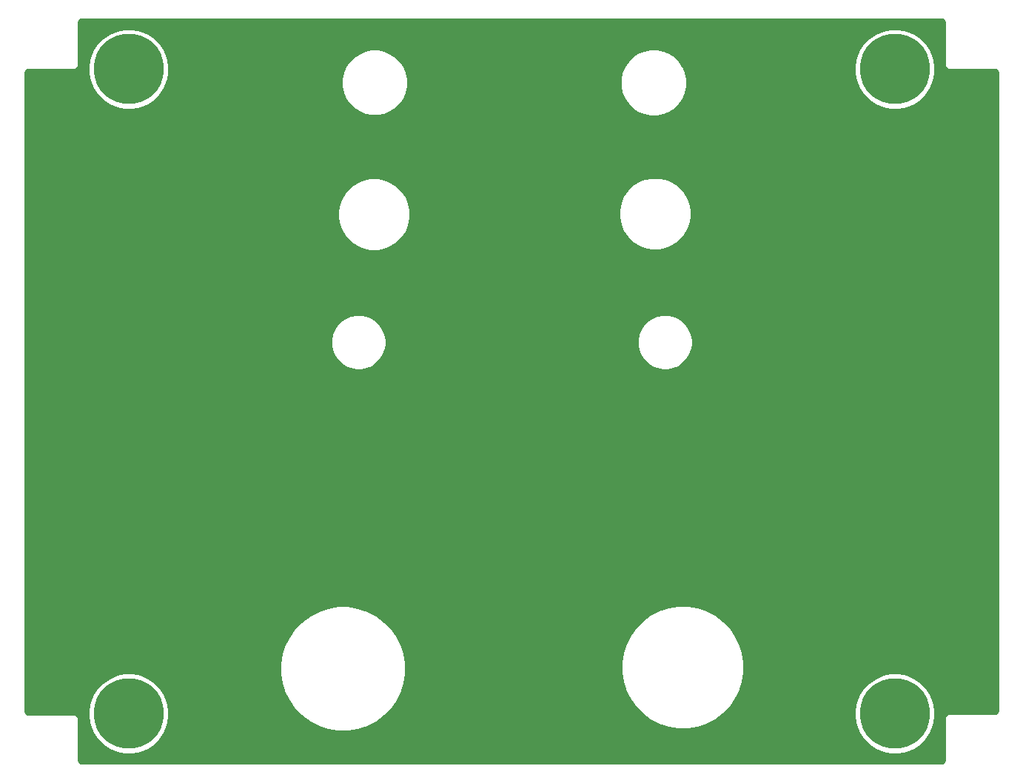
<source format=gbr>
%TF.GenerationSoftware,KiCad,Pcbnew,5.1.8-db9833491~87~ubuntu18.04.1*%
%TF.CreationDate,2020-11-28T19:36:32+00:00*%
%TF.ProjectId,CirrusDspPedal,43697272-7573-4447-9370-506564616c2e,rev?*%
%TF.SameCoordinates,Original*%
%TF.FileFunction,Copper,L1,Top*%
%TF.FilePolarity,Positive*%
%FSLAX46Y46*%
G04 Gerber Fmt 4.6, Leading zero omitted, Abs format (unit mm)*
G04 Created by KiCad (PCBNEW 5.1.8-db9833491~87~ubuntu18.04.1) date 2020-11-28 19:36:32*
%MOMM*%
%LPD*%
G01*
G04 APERTURE LIST*
%TA.AperFunction,ComponentPad*%
%ADD10C,8.000000*%
%TD*%
%TA.AperFunction,NonConductor*%
%ADD11C,0.254000*%
%TD*%
%TA.AperFunction,NonConductor*%
%ADD12C,0.100000*%
%TD*%
G04 APERTURE END LIST*
D10*
%TO.P,REF\u002A\u002A,1*%
%TO.N,N/C*%
X192405000Y-60896500D03*
%TD*%
%TO.P,REF\u002A\u002A,1*%
%TO.N,N/C*%
X104775000Y-60896500D03*
%TD*%
%TO.P,REF\u002A\u002A,1*%
%TO.N,N/C*%
X104775000Y-134620000D03*
%TD*%
%TO.P,REF\u002A\u002A,1*%
%TO.N,N/C*%
X192405000Y-134620000D03*
%TD*%
D11*
X198095000Y-55454881D02*
X198095001Y-60292571D01*
X198091807Y-60325000D01*
X198104550Y-60454383D01*
X198142290Y-60578793D01*
X198203575Y-60693450D01*
X198286052Y-60793948D01*
X198386550Y-60876425D01*
X198501207Y-60937710D01*
X198625617Y-60975450D01*
X198722581Y-60985000D01*
X198755000Y-60988193D01*
X198787419Y-60985000D01*
X203942620Y-60985000D01*
X204191000Y-61233381D01*
X204191001Y-134346618D01*
X203942620Y-134595000D01*
X198787419Y-134595000D01*
X198755000Y-134591807D01*
X198722581Y-134595000D01*
X198625617Y-134604550D01*
X198501207Y-134642290D01*
X198386550Y-134703575D01*
X198286052Y-134786052D01*
X198203575Y-134886550D01*
X198142290Y-135001207D01*
X198104550Y-135125617D01*
X198091807Y-135255000D01*
X198095000Y-135287419D01*
X198095001Y-140061618D01*
X197846620Y-140310000D01*
X99333381Y-140310000D01*
X99085000Y-140061620D01*
X99085000Y-135350919D01*
X99088193Y-135318500D01*
X99075450Y-135189117D01*
X99037710Y-135064707D01*
X98976425Y-134950050D01*
X98893948Y-134849552D01*
X98793450Y-134767075D01*
X98678793Y-134705790D01*
X98554383Y-134668050D01*
X98457419Y-134658500D01*
X98425000Y-134655307D01*
X98392581Y-134658500D01*
X93237381Y-134658500D01*
X92989000Y-134410120D01*
X92989000Y-134163492D01*
X100140000Y-134163492D01*
X100140000Y-135076508D01*
X100318120Y-135971980D01*
X100667516Y-136815496D01*
X101174760Y-137574640D01*
X101820360Y-138220240D01*
X102579504Y-138727484D01*
X103423020Y-139076880D01*
X104318492Y-139255000D01*
X105231508Y-139255000D01*
X106126980Y-139076880D01*
X106970496Y-138727484D01*
X107729640Y-138220240D01*
X108375240Y-137574640D01*
X108882484Y-136815496D01*
X109231880Y-135971980D01*
X109410000Y-135076508D01*
X109410000Y-134163492D01*
X109231880Y-133268020D01*
X108882484Y-132424504D01*
X108375240Y-131665360D01*
X107729640Y-131019760D01*
X106970496Y-130512516D01*
X106126980Y-130163120D01*
X105231508Y-129985000D01*
X104318492Y-129985000D01*
X103423020Y-130163120D01*
X102579504Y-130512516D01*
X101820360Y-131019760D01*
X101174760Y-131665360D01*
X100667516Y-132424504D01*
X100318120Y-133268020D01*
X100140000Y-134163492D01*
X92989000Y-134163492D01*
X92989000Y-128911042D01*
X122101175Y-128911042D01*
X122101175Y-130041958D01*
X122278089Y-131158951D01*
X122627561Y-132234516D01*
X123140987Y-133242169D01*
X123805722Y-134157099D01*
X124605401Y-134956778D01*
X125520331Y-135621513D01*
X126527984Y-136134939D01*
X127603549Y-136484411D01*
X128720542Y-136661325D01*
X129851458Y-136661325D01*
X130968451Y-136484411D01*
X132044016Y-136134939D01*
X133051669Y-135621513D01*
X133966599Y-134956778D01*
X134766278Y-134157099D01*
X135431013Y-133242169D01*
X135944439Y-132234516D01*
X136293911Y-131158951D01*
X136470825Y-130041958D01*
X136470825Y-128911042D01*
X136449760Y-128778042D01*
X161089825Y-128778042D01*
X161089825Y-129889022D01*
X161263621Y-130986325D01*
X161606933Y-132042931D01*
X162111308Y-133032822D01*
X162764326Y-133931624D01*
X163549908Y-134717206D01*
X164448710Y-135370224D01*
X165438601Y-135874599D01*
X166495207Y-136217911D01*
X167592510Y-136391707D01*
X168703490Y-136391707D01*
X169800793Y-136217911D01*
X170857399Y-135874599D01*
X171847290Y-135370224D01*
X172746092Y-134717206D01*
X173299806Y-134163492D01*
X187770000Y-134163492D01*
X187770000Y-135076508D01*
X187948120Y-135971980D01*
X188297516Y-136815496D01*
X188804760Y-137574640D01*
X189450360Y-138220240D01*
X190209504Y-138727484D01*
X191053020Y-139076880D01*
X191948492Y-139255000D01*
X192861508Y-139255000D01*
X193756980Y-139076880D01*
X194600496Y-138727484D01*
X195359640Y-138220240D01*
X196005240Y-137574640D01*
X196512484Y-136815496D01*
X196861880Y-135971980D01*
X197040000Y-135076508D01*
X197040000Y-134163492D01*
X196861880Y-133268020D01*
X196512484Y-132424504D01*
X196005240Y-131665360D01*
X195359640Y-131019760D01*
X194600496Y-130512516D01*
X193756980Y-130163120D01*
X192861508Y-129985000D01*
X191948492Y-129985000D01*
X191053020Y-130163120D01*
X190209504Y-130512516D01*
X189450360Y-131019760D01*
X188804760Y-131665360D01*
X188297516Y-132424504D01*
X187948120Y-133268020D01*
X187770000Y-134163492D01*
X173299806Y-134163492D01*
X173531674Y-133931624D01*
X174184692Y-133032822D01*
X174689067Y-132042931D01*
X175032379Y-130986325D01*
X175206175Y-129889022D01*
X175206175Y-128778042D01*
X175032379Y-127680739D01*
X174689067Y-126624133D01*
X174184692Y-125634242D01*
X173531674Y-124735440D01*
X172746092Y-123949858D01*
X171847290Y-123296840D01*
X170857399Y-122792465D01*
X169800793Y-122449153D01*
X168703490Y-122275357D01*
X167592510Y-122275357D01*
X166495207Y-122449153D01*
X165438601Y-122792465D01*
X164448710Y-123296840D01*
X163549908Y-123949858D01*
X162764326Y-124735440D01*
X162111308Y-125634242D01*
X161606933Y-126624133D01*
X161263621Y-127680739D01*
X161089825Y-128778042D01*
X136449760Y-128778042D01*
X136293911Y-127794049D01*
X135944439Y-126718484D01*
X135431013Y-125710831D01*
X134766278Y-124795901D01*
X133966599Y-123996222D01*
X133051669Y-123331487D01*
X132044016Y-122818061D01*
X130968451Y-122468589D01*
X129851458Y-122291675D01*
X128720542Y-122291675D01*
X127603549Y-122468589D01*
X126527984Y-122818061D01*
X125520331Y-123331487D01*
X124605401Y-123996222D01*
X123805722Y-124795901D01*
X123140987Y-125710831D01*
X122627561Y-126718484D01*
X122278089Y-127794049D01*
X122101175Y-128911042D01*
X92989000Y-128911042D01*
X92989000Y-91826367D01*
X127907557Y-91826367D01*
X127907557Y-92450633D01*
X128029346Y-93062905D01*
X128268242Y-93639652D01*
X128615066Y-94158711D01*
X129056489Y-94600134D01*
X129575548Y-94946958D01*
X130152295Y-95185854D01*
X130764567Y-95307643D01*
X131388833Y-95307643D01*
X132001105Y-95185854D01*
X132577852Y-94946958D01*
X133096911Y-94600134D01*
X133538334Y-94158711D01*
X133885158Y-93639652D01*
X134124054Y-93062905D01*
X134245843Y-92450633D01*
X134245843Y-91826367D01*
X162959557Y-91826367D01*
X162959557Y-92450633D01*
X163081346Y-93062905D01*
X163320242Y-93639652D01*
X163667066Y-94158711D01*
X164108489Y-94600134D01*
X164627548Y-94946958D01*
X165204295Y-95185854D01*
X165816567Y-95307643D01*
X166440833Y-95307643D01*
X167053105Y-95185854D01*
X167629852Y-94946958D01*
X168148911Y-94600134D01*
X168590334Y-94158711D01*
X168937158Y-93639652D01*
X169176054Y-93062905D01*
X169297843Y-92450633D01*
X169297843Y-91826367D01*
X169176054Y-91214095D01*
X168937158Y-90637348D01*
X168590334Y-90118289D01*
X168148911Y-89676866D01*
X167629852Y-89330042D01*
X167053105Y-89091146D01*
X166440833Y-88969357D01*
X165816567Y-88969357D01*
X165204295Y-89091146D01*
X164627548Y-89330042D01*
X164108489Y-89676866D01*
X163667066Y-90118289D01*
X163320242Y-90637348D01*
X163081346Y-91214095D01*
X162959557Y-91826367D01*
X134245843Y-91826367D01*
X134124054Y-91214095D01*
X133885158Y-90637348D01*
X133538334Y-90118289D01*
X133096911Y-89676866D01*
X132577852Y-89330042D01*
X132001105Y-89091146D01*
X131388833Y-88969357D01*
X130764567Y-88969357D01*
X130152295Y-89091146D01*
X129575548Y-89330042D01*
X129056489Y-89676866D01*
X128615066Y-90118289D01*
X128268242Y-90637348D01*
X128029346Y-91214095D01*
X127907557Y-91826367D01*
X92989000Y-91826367D01*
X92989000Y-77098388D01*
X128682128Y-77098388D01*
X128682128Y-77917812D01*
X128841989Y-78721490D01*
X129155569Y-79478538D01*
X129610816Y-80159864D01*
X130190236Y-80739284D01*
X130871562Y-81194531D01*
X131628610Y-81508111D01*
X132432288Y-81667972D01*
X133251712Y-81667972D01*
X134055390Y-81508111D01*
X134812438Y-81194531D01*
X135493764Y-80739284D01*
X136073184Y-80159864D01*
X136528431Y-79478538D01*
X136842011Y-78721490D01*
X137001872Y-77917812D01*
X137001872Y-77098388D01*
X136986715Y-77022188D01*
X160825828Y-77022188D01*
X160825828Y-77841612D01*
X160985689Y-78645290D01*
X161299269Y-79402338D01*
X161754516Y-80083664D01*
X162333936Y-80663084D01*
X163015262Y-81118331D01*
X163772310Y-81431911D01*
X164575988Y-81591772D01*
X165395412Y-81591772D01*
X166199090Y-81431911D01*
X166956138Y-81118331D01*
X167637464Y-80663084D01*
X168216884Y-80083664D01*
X168672131Y-79402338D01*
X168985711Y-78645290D01*
X169145572Y-77841612D01*
X169145572Y-77022188D01*
X168985711Y-76218510D01*
X168672131Y-75461462D01*
X168216884Y-74780136D01*
X167637464Y-74200716D01*
X166956138Y-73745469D01*
X166199090Y-73431889D01*
X165395412Y-73272028D01*
X164575988Y-73272028D01*
X163772310Y-73431889D01*
X163015262Y-73745469D01*
X162333936Y-74200716D01*
X161754516Y-74780136D01*
X161299269Y-75461462D01*
X160985689Y-76218510D01*
X160825828Y-77022188D01*
X136986715Y-77022188D01*
X136842011Y-76294710D01*
X136528431Y-75537662D01*
X136073184Y-74856336D01*
X135493764Y-74276916D01*
X134812438Y-73821669D01*
X134055390Y-73508089D01*
X133251712Y-73348228D01*
X132432288Y-73348228D01*
X131628610Y-73508089D01*
X130871562Y-73821669D01*
X130190236Y-74276916D01*
X129610816Y-74856336D01*
X129155569Y-75537662D01*
X128841989Y-76294710D01*
X128682128Y-77098388D01*
X92989000Y-77098388D01*
X92989000Y-61233380D01*
X93237381Y-60985000D01*
X98392581Y-60985000D01*
X98425000Y-60988193D01*
X98457419Y-60985000D01*
X98554383Y-60975450D01*
X98678793Y-60937710D01*
X98793450Y-60876425D01*
X98893948Y-60793948D01*
X98976425Y-60693450D01*
X99037710Y-60578793D01*
X99075450Y-60454383D01*
X99076867Y-60439992D01*
X100140000Y-60439992D01*
X100140000Y-61353008D01*
X100318120Y-62248480D01*
X100667516Y-63091996D01*
X101174760Y-63851140D01*
X101820360Y-64496740D01*
X102579504Y-65003984D01*
X103423020Y-65353380D01*
X104318492Y-65531500D01*
X105231508Y-65531500D01*
X106126980Y-65353380D01*
X106970496Y-65003984D01*
X107729640Y-64496740D01*
X108375240Y-63851140D01*
X108882484Y-63091996D01*
X109231880Y-62248480D01*
X109269770Y-62057992D01*
X129095947Y-62057992D01*
X129095947Y-62808408D01*
X129242346Y-63544406D01*
X129529518Y-64237700D01*
X129946427Y-64861649D01*
X130477051Y-65392273D01*
X131101000Y-65809182D01*
X131794294Y-66096354D01*
X132530292Y-66242753D01*
X133280708Y-66242753D01*
X134016706Y-66096354D01*
X134710000Y-65809182D01*
X135333949Y-65392273D01*
X135864573Y-64861649D01*
X136281482Y-64237700D01*
X136568654Y-63544406D01*
X136715053Y-62808408D01*
X136715053Y-62057992D01*
X136714709Y-62056261D01*
X160993479Y-62056261D01*
X160993479Y-62810139D01*
X161140553Y-63549530D01*
X161429049Y-64246022D01*
X161847881Y-64872848D01*
X162380952Y-65405919D01*
X163007778Y-65824751D01*
X163704270Y-66113247D01*
X164443661Y-66260321D01*
X165197539Y-66260321D01*
X165936930Y-66113247D01*
X166633422Y-65824751D01*
X167260248Y-65405919D01*
X167793319Y-64872848D01*
X168212151Y-64246022D01*
X168500647Y-63549530D01*
X168647721Y-62810139D01*
X168647721Y-62056261D01*
X168500647Y-61316870D01*
X168212151Y-60620378D01*
X168091621Y-60439992D01*
X187770000Y-60439992D01*
X187770000Y-61353008D01*
X187948120Y-62248480D01*
X188297516Y-63091996D01*
X188804760Y-63851140D01*
X189450360Y-64496740D01*
X190209504Y-65003984D01*
X191053020Y-65353380D01*
X191948492Y-65531500D01*
X192861508Y-65531500D01*
X193756980Y-65353380D01*
X194600496Y-65003984D01*
X195359640Y-64496740D01*
X196005240Y-63851140D01*
X196512484Y-63091996D01*
X196861880Y-62248480D01*
X197040000Y-61353008D01*
X197040000Y-60439992D01*
X196861880Y-59544520D01*
X196512484Y-58701004D01*
X196005240Y-57941860D01*
X195359640Y-57296260D01*
X194600496Y-56789016D01*
X193756980Y-56439620D01*
X192861508Y-56261500D01*
X191948492Y-56261500D01*
X191053020Y-56439620D01*
X190209504Y-56789016D01*
X189450360Y-57296260D01*
X188804760Y-57941860D01*
X188297516Y-58701004D01*
X187948120Y-59544520D01*
X187770000Y-60439992D01*
X168091621Y-60439992D01*
X167793319Y-59993552D01*
X167260248Y-59460481D01*
X166633422Y-59041649D01*
X165936930Y-58753153D01*
X165197539Y-58606079D01*
X164443661Y-58606079D01*
X163704270Y-58753153D01*
X163007778Y-59041649D01*
X162380952Y-59460481D01*
X161847881Y-59993552D01*
X161429049Y-60620378D01*
X161140553Y-61316870D01*
X160993479Y-62056261D01*
X136714709Y-62056261D01*
X136568654Y-61321994D01*
X136281482Y-60628700D01*
X135864573Y-60004751D01*
X135333949Y-59474127D01*
X134710000Y-59057218D01*
X134016706Y-58770046D01*
X133280708Y-58623647D01*
X132530292Y-58623647D01*
X131794294Y-58770046D01*
X131101000Y-59057218D01*
X130477051Y-59474127D01*
X129946427Y-60004751D01*
X129529518Y-60628700D01*
X129242346Y-61321994D01*
X129095947Y-62057992D01*
X109269770Y-62057992D01*
X109410000Y-61353008D01*
X109410000Y-60439992D01*
X109231880Y-59544520D01*
X108882484Y-58701004D01*
X108375240Y-57941860D01*
X107729640Y-57296260D01*
X106970496Y-56789016D01*
X106126980Y-56439620D01*
X105231508Y-56261500D01*
X104318492Y-56261500D01*
X103423020Y-56439620D01*
X102579504Y-56789016D01*
X101820360Y-57296260D01*
X101174760Y-57941860D01*
X100667516Y-58701004D01*
X100318120Y-59544520D01*
X100140000Y-60439992D01*
X99076867Y-60439992D01*
X99088193Y-60325000D01*
X99085000Y-60292581D01*
X99085000Y-55454880D01*
X99333381Y-55206500D01*
X197846620Y-55206500D01*
X198095000Y-55454881D01*
%TA.AperFunction,NonConductor*%
D12*
G36*
X198095000Y-55454881D02*
G01*
X198095001Y-60292571D01*
X198091807Y-60325000D01*
X198104550Y-60454383D01*
X198142290Y-60578793D01*
X198203575Y-60693450D01*
X198286052Y-60793948D01*
X198386550Y-60876425D01*
X198501207Y-60937710D01*
X198625617Y-60975450D01*
X198722581Y-60985000D01*
X198755000Y-60988193D01*
X198787419Y-60985000D01*
X203942620Y-60985000D01*
X204191000Y-61233381D01*
X204191001Y-134346618D01*
X203942620Y-134595000D01*
X198787419Y-134595000D01*
X198755000Y-134591807D01*
X198722581Y-134595000D01*
X198625617Y-134604550D01*
X198501207Y-134642290D01*
X198386550Y-134703575D01*
X198286052Y-134786052D01*
X198203575Y-134886550D01*
X198142290Y-135001207D01*
X198104550Y-135125617D01*
X198091807Y-135255000D01*
X198095000Y-135287419D01*
X198095001Y-140061618D01*
X197846620Y-140310000D01*
X99333381Y-140310000D01*
X99085000Y-140061620D01*
X99085000Y-135350919D01*
X99088193Y-135318500D01*
X99075450Y-135189117D01*
X99037710Y-135064707D01*
X98976425Y-134950050D01*
X98893948Y-134849552D01*
X98793450Y-134767075D01*
X98678793Y-134705790D01*
X98554383Y-134668050D01*
X98457419Y-134658500D01*
X98425000Y-134655307D01*
X98392581Y-134658500D01*
X93237381Y-134658500D01*
X92989000Y-134410120D01*
X92989000Y-134163492D01*
X100140000Y-134163492D01*
X100140000Y-135076508D01*
X100318120Y-135971980D01*
X100667516Y-136815496D01*
X101174760Y-137574640D01*
X101820360Y-138220240D01*
X102579504Y-138727484D01*
X103423020Y-139076880D01*
X104318492Y-139255000D01*
X105231508Y-139255000D01*
X106126980Y-139076880D01*
X106970496Y-138727484D01*
X107729640Y-138220240D01*
X108375240Y-137574640D01*
X108882484Y-136815496D01*
X109231880Y-135971980D01*
X109410000Y-135076508D01*
X109410000Y-134163492D01*
X109231880Y-133268020D01*
X108882484Y-132424504D01*
X108375240Y-131665360D01*
X107729640Y-131019760D01*
X106970496Y-130512516D01*
X106126980Y-130163120D01*
X105231508Y-129985000D01*
X104318492Y-129985000D01*
X103423020Y-130163120D01*
X102579504Y-130512516D01*
X101820360Y-131019760D01*
X101174760Y-131665360D01*
X100667516Y-132424504D01*
X100318120Y-133268020D01*
X100140000Y-134163492D01*
X92989000Y-134163492D01*
X92989000Y-128911042D01*
X122101175Y-128911042D01*
X122101175Y-130041958D01*
X122278089Y-131158951D01*
X122627561Y-132234516D01*
X123140987Y-133242169D01*
X123805722Y-134157099D01*
X124605401Y-134956778D01*
X125520331Y-135621513D01*
X126527984Y-136134939D01*
X127603549Y-136484411D01*
X128720542Y-136661325D01*
X129851458Y-136661325D01*
X130968451Y-136484411D01*
X132044016Y-136134939D01*
X133051669Y-135621513D01*
X133966599Y-134956778D01*
X134766278Y-134157099D01*
X135431013Y-133242169D01*
X135944439Y-132234516D01*
X136293911Y-131158951D01*
X136470825Y-130041958D01*
X136470825Y-128911042D01*
X136449760Y-128778042D01*
X161089825Y-128778042D01*
X161089825Y-129889022D01*
X161263621Y-130986325D01*
X161606933Y-132042931D01*
X162111308Y-133032822D01*
X162764326Y-133931624D01*
X163549908Y-134717206D01*
X164448710Y-135370224D01*
X165438601Y-135874599D01*
X166495207Y-136217911D01*
X167592510Y-136391707D01*
X168703490Y-136391707D01*
X169800793Y-136217911D01*
X170857399Y-135874599D01*
X171847290Y-135370224D01*
X172746092Y-134717206D01*
X173299806Y-134163492D01*
X187770000Y-134163492D01*
X187770000Y-135076508D01*
X187948120Y-135971980D01*
X188297516Y-136815496D01*
X188804760Y-137574640D01*
X189450360Y-138220240D01*
X190209504Y-138727484D01*
X191053020Y-139076880D01*
X191948492Y-139255000D01*
X192861508Y-139255000D01*
X193756980Y-139076880D01*
X194600496Y-138727484D01*
X195359640Y-138220240D01*
X196005240Y-137574640D01*
X196512484Y-136815496D01*
X196861880Y-135971980D01*
X197040000Y-135076508D01*
X197040000Y-134163492D01*
X196861880Y-133268020D01*
X196512484Y-132424504D01*
X196005240Y-131665360D01*
X195359640Y-131019760D01*
X194600496Y-130512516D01*
X193756980Y-130163120D01*
X192861508Y-129985000D01*
X191948492Y-129985000D01*
X191053020Y-130163120D01*
X190209504Y-130512516D01*
X189450360Y-131019760D01*
X188804760Y-131665360D01*
X188297516Y-132424504D01*
X187948120Y-133268020D01*
X187770000Y-134163492D01*
X173299806Y-134163492D01*
X173531674Y-133931624D01*
X174184692Y-133032822D01*
X174689067Y-132042931D01*
X175032379Y-130986325D01*
X175206175Y-129889022D01*
X175206175Y-128778042D01*
X175032379Y-127680739D01*
X174689067Y-126624133D01*
X174184692Y-125634242D01*
X173531674Y-124735440D01*
X172746092Y-123949858D01*
X171847290Y-123296840D01*
X170857399Y-122792465D01*
X169800793Y-122449153D01*
X168703490Y-122275357D01*
X167592510Y-122275357D01*
X166495207Y-122449153D01*
X165438601Y-122792465D01*
X164448710Y-123296840D01*
X163549908Y-123949858D01*
X162764326Y-124735440D01*
X162111308Y-125634242D01*
X161606933Y-126624133D01*
X161263621Y-127680739D01*
X161089825Y-128778042D01*
X136449760Y-128778042D01*
X136293911Y-127794049D01*
X135944439Y-126718484D01*
X135431013Y-125710831D01*
X134766278Y-124795901D01*
X133966599Y-123996222D01*
X133051669Y-123331487D01*
X132044016Y-122818061D01*
X130968451Y-122468589D01*
X129851458Y-122291675D01*
X128720542Y-122291675D01*
X127603549Y-122468589D01*
X126527984Y-122818061D01*
X125520331Y-123331487D01*
X124605401Y-123996222D01*
X123805722Y-124795901D01*
X123140987Y-125710831D01*
X122627561Y-126718484D01*
X122278089Y-127794049D01*
X122101175Y-128911042D01*
X92989000Y-128911042D01*
X92989000Y-91826367D01*
X127907557Y-91826367D01*
X127907557Y-92450633D01*
X128029346Y-93062905D01*
X128268242Y-93639652D01*
X128615066Y-94158711D01*
X129056489Y-94600134D01*
X129575548Y-94946958D01*
X130152295Y-95185854D01*
X130764567Y-95307643D01*
X131388833Y-95307643D01*
X132001105Y-95185854D01*
X132577852Y-94946958D01*
X133096911Y-94600134D01*
X133538334Y-94158711D01*
X133885158Y-93639652D01*
X134124054Y-93062905D01*
X134245843Y-92450633D01*
X134245843Y-91826367D01*
X162959557Y-91826367D01*
X162959557Y-92450633D01*
X163081346Y-93062905D01*
X163320242Y-93639652D01*
X163667066Y-94158711D01*
X164108489Y-94600134D01*
X164627548Y-94946958D01*
X165204295Y-95185854D01*
X165816567Y-95307643D01*
X166440833Y-95307643D01*
X167053105Y-95185854D01*
X167629852Y-94946958D01*
X168148911Y-94600134D01*
X168590334Y-94158711D01*
X168937158Y-93639652D01*
X169176054Y-93062905D01*
X169297843Y-92450633D01*
X169297843Y-91826367D01*
X169176054Y-91214095D01*
X168937158Y-90637348D01*
X168590334Y-90118289D01*
X168148911Y-89676866D01*
X167629852Y-89330042D01*
X167053105Y-89091146D01*
X166440833Y-88969357D01*
X165816567Y-88969357D01*
X165204295Y-89091146D01*
X164627548Y-89330042D01*
X164108489Y-89676866D01*
X163667066Y-90118289D01*
X163320242Y-90637348D01*
X163081346Y-91214095D01*
X162959557Y-91826367D01*
X134245843Y-91826367D01*
X134124054Y-91214095D01*
X133885158Y-90637348D01*
X133538334Y-90118289D01*
X133096911Y-89676866D01*
X132577852Y-89330042D01*
X132001105Y-89091146D01*
X131388833Y-88969357D01*
X130764567Y-88969357D01*
X130152295Y-89091146D01*
X129575548Y-89330042D01*
X129056489Y-89676866D01*
X128615066Y-90118289D01*
X128268242Y-90637348D01*
X128029346Y-91214095D01*
X127907557Y-91826367D01*
X92989000Y-91826367D01*
X92989000Y-77098388D01*
X128682128Y-77098388D01*
X128682128Y-77917812D01*
X128841989Y-78721490D01*
X129155569Y-79478538D01*
X129610816Y-80159864D01*
X130190236Y-80739284D01*
X130871562Y-81194531D01*
X131628610Y-81508111D01*
X132432288Y-81667972D01*
X133251712Y-81667972D01*
X134055390Y-81508111D01*
X134812438Y-81194531D01*
X135493764Y-80739284D01*
X136073184Y-80159864D01*
X136528431Y-79478538D01*
X136842011Y-78721490D01*
X137001872Y-77917812D01*
X137001872Y-77098388D01*
X136986715Y-77022188D01*
X160825828Y-77022188D01*
X160825828Y-77841612D01*
X160985689Y-78645290D01*
X161299269Y-79402338D01*
X161754516Y-80083664D01*
X162333936Y-80663084D01*
X163015262Y-81118331D01*
X163772310Y-81431911D01*
X164575988Y-81591772D01*
X165395412Y-81591772D01*
X166199090Y-81431911D01*
X166956138Y-81118331D01*
X167637464Y-80663084D01*
X168216884Y-80083664D01*
X168672131Y-79402338D01*
X168985711Y-78645290D01*
X169145572Y-77841612D01*
X169145572Y-77022188D01*
X168985711Y-76218510D01*
X168672131Y-75461462D01*
X168216884Y-74780136D01*
X167637464Y-74200716D01*
X166956138Y-73745469D01*
X166199090Y-73431889D01*
X165395412Y-73272028D01*
X164575988Y-73272028D01*
X163772310Y-73431889D01*
X163015262Y-73745469D01*
X162333936Y-74200716D01*
X161754516Y-74780136D01*
X161299269Y-75461462D01*
X160985689Y-76218510D01*
X160825828Y-77022188D01*
X136986715Y-77022188D01*
X136842011Y-76294710D01*
X136528431Y-75537662D01*
X136073184Y-74856336D01*
X135493764Y-74276916D01*
X134812438Y-73821669D01*
X134055390Y-73508089D01*
X133251712Y-73348228D01*
X132432288Y-73348228D01*
X131628610Y-73508089D01*
X130871562Y-73821669D01*
X130190236Y-74276916D01*
X129610816Y-74856336D01*
X129155569Y-75537662D01*
X128841989Y-76294710D01*
X128682128Y-77098388D01*
X92989000Y-77098388D01*
X92989000Y-61233380D01*
X93237381Y-60985000D01*
X98392581Y-60985000D01*
X98425000Y-60988193D01*
X98457419Y-60985000D01*
X98554383Y-60975450D01*
X98678793Y-60937710D01*
X98793450Y-60876425D01*
X98893948Y-60793948D01*
X98976425Y-60693450D01*
X99037710Y-60578793D01*
X99075450Y-60454383D01*
X99076867Y-60439992D01*
X100140000Y-60439992D01*
X100140000Y-61353008D01*
X100318120Y-62248480D01*
X100667516Y-63091996D01*
X101174760Y-63851140D01*
X101820360Y-64496740D01*
X102579504Y-65003984D01*
X103423020Y-65353380D01*
X104318492Y-65531500D01*
X105231508Y-65531500D01*
X106126980Y-65353380D01*
X106970496Y-65003984D01*
X107729640Y-64496740D01*
X108375240Y-63851140D01*
X108882484Y-63091996D01*
X109231880Y-62248480D01*
X109269770Y-62057992D01*
X129095947Y-62057992D01*
X129095947Y-62808408D01*
X129242346Y-63544406D01*
X129529518Y-64237700D01*
X129946427Y-64861649D01*
X130477051Y-65392273D01*
X131101000Y-65809182D01*
X131794294Y-66096354D01*
X132530292Y-66242753D01*
X133280708Y-66242753D01*
X134016706Y-66096354D01*
X134710000Y-65809182D01*
X135333949Y-65392273D01*
X135864573Y-64861649D01*
X136281482Y-64237700D01*
X136568654Y-63544406D01*
X136715053Y-62808408D01*
X136715053Y-62057992D01*
X136714709Y-62056261D01*
X160993479Y-62056261D01*
X160993479Y-62810139D01*
X161140553Y-63549530D01*
X161429049Y-64246022D01*
X161847881Y-64872848D01*
X162380952Y-65405919D01*
X163007778Y-65824751D01*
X163704270Y-66113247D01*
X164443661Y-66260321D01*
X165197539Y-66260321D01*
X165936930Y-66113247D01*
X166633422Y-65824751D01*
X167260248Y-65405919D01*
X167793319Y-64872848D01*
X168212151Y-64246022D01*
X168500647Y-63549530D01*
X168647721Y-62810139D01*
X168647721Y-62056261D01*
X168500647Y-61316870D01*
X168212151Y-60620378D01*
X168091621Y-60439992D01*
X187770000Y-60439992D01*
X187770000Y-61353008D01*
X187948120Y-62248480D01*
X188297516Y-63091996D01*
X188804760Y-63851140D01*
X189450360Y-64496740D01*
X190209504Y-65003984D01*
X191053020Y-65353380D01*
X191948492Y-65531500D01*
X192861508Y-65531500D01*
X193756980Y-65353380D01*
X194600496Y-65003984D01*
X195359640Y-64496740D01*
X196005240Y-63851140D01*
X196512484Y-63091996D01*
X196861880Y-62248480D01*
X197040000Y-61353008D01*
X197040000Y-60439992D01*
X196861880Y-59544520D01*
X196512484Y-58701004D01*
X196005240Y-57941860D01*
X195359640Y-57296260D01*
X194600496Y-56789016D01*
X193756980Y-56439620D01*
X192861508Y-56261500D01*
X191948492Y-56261500D01*
X191053020Y-56439620D01*
X190209504Y-56789016D01*
X189450360Y-57296260D01*
X188804760Y-57941860D01*
X188297516Y-58701004D01*
X187948120Y-59544520D01*
X187770000Y-60439992D01*
X168091621Y-60439992D01*
X167793319Y-59993552D01*
X167260248Y-59460481D01*
X166633422Y-59041649D01*
X165936930Y-58753153D01*
X165197539Y-58606079D01*
X164443661Y-58606079D01*
X163704270Y-58753153D01*
X163007778Y-59041649D01*
X162380952Y-59460481D01*
X161847881Y-59993552D01*
X161429049Y-60620378D01*
X161140553Y-61316870D01*
X160993479Y-62056261D01*
X136714709Y-62056261D01*
X136568654Y-61321994D01*
X136281482Y-60628700D01*
X135864573Y-60004751D01*
X135333949Y-59474127D01*
X134710000Y-59057218D01*
X134016706Y-58770046D01*
X133280708Y-58623647D01*
X132530292Y-58623647D01*
X131794294Y-58770046D01*
X131101000Y-59057218D01*
X130477051Y-59474127D01*
X129946427Y-60004751D01*
X129529518Y-60628700D01*
X129242346Y-61321994D01*
X129095947Y-62057992D01*
X109269770Y-62057992D01*
X109410000Y-61353008D01*
X109410000Y-60439992D01*
X109231880Y-59544520D01*
X108882484Y-58701004D01*
X108375240Y-57941860D01*
X107729640Y-57296260D01*
X106970496Y-56789016D01*
X106126980Y-56439620D01*
X105231508Y-56261500D01*
X104318492Y-56261500D01*
X103423020Y-56439620D01*
X102579504Y-56789016D01*
X101820360Y-57296260D01*
X101174760Y-57941860D01*
X100667516Y-58701004D01*
X100318120Y-59544520D01*
X100140000Y-60439992D01*
X99076867Y-60439992D01*
X99088193Y-60325000D01*
X99085000Y-60292581D01*
X99085000Y-55454880D01*
X99333381Y-55206500D01*
X197846620Y-55206500D01*
X198095000Y-55454881D01*
G37*
%TD.AperFunction*%
M02*

</source>
